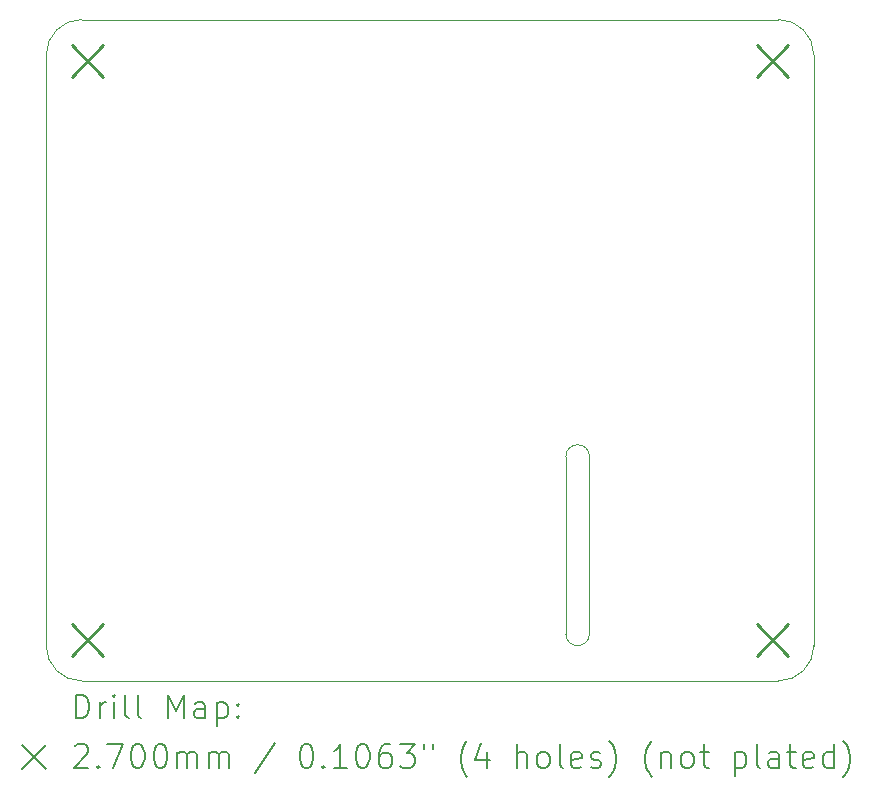
<source format=gbr>
%TF.GenerationSoftware,KiCad,Pcbnew,(6.0.11)*%
%TF.CreationDate,2023-03-31T16:24:30+10:00*%
%TF.ProjectId,RPI,5250492e-6b69-4636-9164-5f7063625858,rev?*%
%TF.SameCoordinates,Original*%
%TF.FileFunction,Drillmap*%
%TF.FilePolarity,Positive*%
%FSLAX45Y45*%
G04 Gerber Fmt 4.5, Leading zero omitted, Abs format (unit mm)*
G04 Created by KiCad (PCBNEW (6.0.11)) date 2023-03-31 16:24:30*
%MOMM*%
%LPD*%
G01*
G04 APERTURE LIST*
%ADD10C,0.100000*%
%ADD11C,0.200000*%
%ADD12C,0.270000*%
G04 APERTURE END LIST*
D10*
X16500000Y-4700000D02*
G75*
G03*
X16200000Y-4400000I-300000J0D01*
G01*
X16500000Y-9700000D02*
X16500000Y-4700000D01*
X10000000Y-4700000D02*
X10000000Y-9700000D01*
X14600000Y-8100000D02*
X14600000Y-9600000D01*
X14400000Y-9600000D02*
X14400000Y-8100000D01*
X10000000Y-9700000D02*
G75*
G03*
X10300000Y-10000000I300000J0D01*
G01*
X10300000Y-10000000D02*
X16200000Y-10000000D01*
X14600000Y-8100000D02*
G75*
G03*
X14400000Y-8100000I-100000J0D01*
G01*
X16200000Y-10000000D02*
G75*
G03*
X16500000Y-9700000I0J300000D01*
G01*
X10300000Y-4400000D02*
G75*
G03*
X10000000Y-4700000I0J-300000D01*
G01*
X14400000Y-9600000D02*
G75*
G03*
X14600000Y-9600000I100000J0D01*
G01*
X16200000Y-4400000D02*
X10300000Y-4400000D01*
D11*
D12*
X10215000Y-4615000D02*
X10485000Y-4885000D01*
X10485000Y-4615000D02*
X10215000Y-4885000D01*
X10215000Y-9515000D02*
X10485000Y-9785000D01*
X10485000Y-9515000D02*
X10215000Y-9785000D01*
X16015000Y-4615000D02*
X16285000Y-4885000D01*
X16285000Y-4615000D02*
X16015000Y-4885000D01*
X16015000Y-9515000D02*
X16285000Y-9785000D01*
X16285000Y-9515000D02*
X16015000Y-9785000D01*
D11*
X10252619Y-10315476D02*
X10252619Y-10115476D01*
X10300238Y-10115476D01*
X10328810Y-10125000D01*
X10347857Y-10144048D01*
X10357381Y-10163095D01*
X10366905Y-10201190D01*
X10366905Y-10229762D01*
X10357381Y-10267857D01*
X10347857Y-10286905D01*
X10328810Y-10305952D01*
X10300238Y-10315476D01*
X10252619Y-10315476D01*
X10452619Y-10315476D02*
X10452619Y-10182143D01*
X10452619Y-10220238D02*
X10462143Y-10201190D01*
X10471667Y-10191667D01*
X10490714Y-10182143D01*
X10509762Y-10182143D01*
X10576429Y-10315476D02*
X10576429Y-10182143D01*
X10576429Y-10115476D02*
X10566905Y-10125000D01*
X10576429Y-10134524D01*
X10585952Y-10125000D01*
X10576429Y-10115476D01*
X10576429Y-10134524D01*
X10700238Y-10315476D02*
X10681190Y-10305952D01*
X10671667Y-10286905D01*
X10671667Y-10115476D01*
X10805000Y-10315476D02*
X10785952Y-10305952D01*
X10776429Y-10286905D01*
X10776429Y-10115476D01*
X11033571Y-10315476D02*
X11033571Y-10115476D01*
X11100238Y-10258333D01*
X11166905Y-10115476D01*
X11166905Y-10315476D01*
X11347857Y-10315476D02*
X11347857Y-10210714D01*
X11338333Y-10191667D01*
X11319286Y-10182143D01*
X11281190Y-10182143D01*
X11262143Y-10191667D01*
X11347857Y-10305952D02*
X11328809Y-10315476D01*
X11281190Y-10315476D01*
X11262143Y-10305952D01*
X11252619Y-10286905D01*
X11252619Y-10267857D01*
X11262143Y-10248810D01*
X11281190Y-10239286D01*
X11328809Y-10239286D01*
X11347857Y-10229762D01*
X11443095Y-10182143D02*
X11443095Y-10382143D01*
X11443095Y-10191667D02*
X11462143Y-10182143D01*
X11500238Y-10182143D01*
X11519286Y-10191667D01*
X11528809Y-10201190D01*
X11538333Y-10220238D01*
X11538333Y-10277381D01*
X11528809Y-10296429D01*
X11519286Y-10305952D01*
X11500238Y-10315476D01*
X11462143Y-10315476D01*
X11443095Y-10305952D01*
X11624048Y-10296429D02*
X11633571Y-10305952D01*
X11624048Y-10315476D01*
X11614524Y-10305952D01*
X11624048Y-10296429D01*
X11624048Y-10315476D01*
X11624048Y-10191667D02*
X11633571Y-10201190D01*
X11624048Y-10210714D01*
X11614524Y-10201190D01*
X11624048Y-10191667D01*
X11624048Y-10210714D01*
X9795000Y-10545000D02*
X9995000Y-10745000D01*
X9995000Y-10545000D02*
X9795000Y-10745000D01*
X10243095Y-10554524D02*
X10252619Y-10545000D01*
X10271667Y-10535476D01*
X10319286Y-10535476D01*
X10338333Y-10545000D01*
X10347857Y-10554524D01*
X10357381Y-10573571D01*
X10357381Y-10592619D01*
X10347857Y-10621190D01*
X10233571Y-10735476D01*
X10357381Y-10735476D01*
X10443095Y-10716429D02*
X10452619Y-10725952D01*
X10443095Y-10735476D01*
X10433571Y-10725952D01*
X10443095Y-10716429D01*
X10443095Y-10735476D01*
X10519286Y-10535476D02*
X10652619Y-10535476D01*
X10566905Y-10735476D01*
X10766905Y-10535476D02*
X10785952Y-10535476D01*
X10805000Y-10545000D01*
X10814524Y-10554524D01*
X10824048Y-10573571D01*
X10833571Y-10611667D01*
X10833571Y-10659286D01*
X10824048Y-10697381D01*
X10814524Y-10716429D01*
X10805000Y-10725952D01*
X10785952Y-10735476D01*
X10766905Y-10735476D01*
X10747857Y-10725952D01*
X10738333Y-10716429D01*
X10728810Y-10697381D01*
X10719286Y-10659286D01*
X10719286Y-10611667D01*
X10728810Y-10573571D01*
X10738333Y-10554524D01*
X10747857Y-10545000D01*
X10766905Y-10535476D01*
X10957381Y-10535476D02*
X10976429Y-10535476D01*
X10995476Y-10545000D01*
X11005000Y-10554524D01*
X11014524Y-10573571D01*
X11024048Y-10611667D01*
X11024048Y-10659286D01*
X11014524Y-10697381D01*
X11005000Y-10716429D01*
X10995476Y-10725952D01*
X10976429Y-10735476D01*
X10957381Y-10735476D01*
X10938333Y-10725952D01*
X10928810Y-10716429D01*
X10919286Y-10697381D01*
X10909762Y-10659286D01*
X10909762Y-10611667D01*
X10919286Y-10573571D01*
X10928810Y-10554524D01*
X10938333Y-10545000D01*
X10957381Y-10535476D01*
X11109762Y-10735476D02*
X11109762Y-10602143D01*
X11109762Y-10621190D02*
X11119286Y-10611667D01*
X11138333Y-10602143D01*
X11166905Y-10602143D01*
X11185952Y-10611667D01*
X11195476Y-10630714D01*
X11195476Y-10735476D01*
X11195476Y-10630714D02*
X11205000Y-10611667D01*
X11224048Y-10602143D01*
X11252619Y-10602143D01*
X11271667Y-10611667D01*
X11281190Y-10630714D01*
X11281190Y-10735476D01*
X11376428Y-10735476D02*
X11376428Y-10602143D01*
X11376428Y-10621190D02*
X11385952Y-10611667D01*
X11405000Y-10602143D01*
X11433571Y-10602143D01*
X11452619Y-10611667D01*
X11462143Y-10630714D01*
X11462143Y-10735476D01*
X11462143Y-10630714D02*
X11471667Y-10611667D01*
X11490714Y-10602143D01*
X11519286Y-10602143D01*
X11538333Y-10611667D01*
X11547857Y-10630714D01*
X11547857Y-10735476D01*
X11938333Y-10525952D02*
X11766905Y-10783095D01*
X12195476Y-10535476D02*
X12214524Y-10535476D01*
X12233571Y-10545000D01*
X12243095Y-10554524D01*
X12252619Y-10573571D01*
X12262143Y-10611667D01*
X12262143Y-10659286D01*
X12252619Y-10697381D01*
X12243095Y-10716429D01*
X12233571Y-10725952D01*
X12214524Y-10735476D01*
X12195476Y-10735476D01*
X12176428Y-10725952D01*
X12166905Y-10716429D01*
X12157381Y-10697381D01*
X12147857Y-10659286D01*
X12147857Y-10611667D01*
X12157381Y-10573571D01*
X12166905Y-10554524D01*
X12176428Y-10545000D01*
X12195476Y-10535476D01*
X12347857Y-10716429D02*
X12357381Y-10725952D01*
X12347857Y-10735476D01*
X12338333Y-10725952D01*
X12347857Y-10716429D01*
X12347857Y-10735476D01*
X12547857Y-10735476D02*
X12433571Y-10735476D01*
X12490714Y-10735476D02*
X12490714Y-10535476D01*
X12471667Y-10564048D01*
X12452619Y-10583095D01*
X12433571Y-10592619D01*
X12671667Y-10535476D02*
X12690714Y-10535476D01*
X12709762Y-10545000D01*
X12719286Y-10554524D01*
X12728809Y-10573571D01*
X12738333Y-10611667D01*
X12738333Y-10659286D01*
X12728809Y-10697381D01*
X12719286Y-10716429D01*
X12709762Y-10725952D01*
X12690714Y-10735476D01*
X12671667Y-10735476D01*
X12652619Y-10725952D01*
X12643095Y-10716429D01*
X12633571Y-10697381D01*
X12624048Y-10659286D01*
X12624048Y-10611667D01*
X12633571Y-10573571D01*
X12643095Y-10554524D01*
X12652619Y-10545000D01*
X12671667Y-10535476D01*
X12909762Y-10535476D02*
X12871667Y-10535476D01*
X12852619Y-10545000D01*
X12843095Y-10554524D01*
X12824048Y-10583095D01*
X12814524Y-10621190D01*
X12814524Y-10697381D01*
X12824048Y-10716429D01*
X12833571Y-10725952D01*
X12852619Y-10735476D01*
X12890714Y-10735476D01*
X12909762Y-10725952D01*
X12919286Y-10716429D01*
X12928809Y-10697381D01*
X12928809Y-10649762D01*
X12919286Y-10630714D01*
X12909762Y-10621190D01*
X12890714Y-10611667D01*
X12852619Y-10611667D01*
X12833571Y-10621190D01*
X12824048Y-10630714D01*
X12814524Y-10649762D01*
X12995476Y-10535476D02*
X13119286Y-10535476D01*
X13052619Y-10611667D01*
X13081190Y-10611667D01*
X13100238Y-10621190D01*
X13109762Y-10630714D01*
X13119286Y-10649762D01*
X13119286Y-10697381D01*
X13109762Y-10716429D01*
X13100238Y-10725952D01*
X13081190Y-10735476D01*
X13024048Y-10735476D01*
X13005000Y-10725952D01*
X12995476Y-10716429D01*
X13195476Y-10535476D02*
X13195476Y-10573571D01*
X13271667Y-10535476D02*
X13271667Y-10573571D01*
X13566905Y-10811667D02*
X13557381Y-10802143D01*
X13538333Y-10773571D01*
X13528809Y-10754524D01*
X13519286Y-10725952D01*
X13509762Y-10678333D01*
X13509762Y-10640238D01*
X13519286Y-10592619D01*
X13528809Y-10564048D01*
X13538333Y-10545000D01*
X13557381Y-10516429D01*
X13566905Y-10506905D01*
X13728809Y-10602143D02*
X13728809Y-10735476D01*
X13681190Y-10525952D02*
X13633571Y-10668810D01*
X13757381Y-10668810D01*
X13985952Y-10735476D02*
X13985952Y-10535476D01*
X14071667Y-10735476D02*
X14071667Y-10630714D01*
X14062143Y-10611667D01*
X14043095Y-10602143D01*
X14014524Y-10602143D01*
X13995476Y-10611667D01*
X13985952Y-10621190D01*
X14195476Y-10735476D02*
X14176428Y-10725952D01*
X14166905Y-10716429D01*
X14157381Y-10697381D01*
X14157381Y-10640238D01*
X14166905Y-10621190D01*
X14176428Y-10611667D01*
X14195476Y-10602143D01*
X14224048Y-10602143D01*
X14243095Y-10611667D01*
X14252619Y-10621190D01*
X14262143Y-10640238D01*
X14262143Y-10697381D01*
X14252619Y-10716429D01*
X14243095Y-10725952D01*
X14224048Y-10735476D01*
X14195476Y-10735476D01*
X14376428Y-10735476D02*
X14357381Y-10725952D01*
X14347857Y-10706905D01*
X14347857Y-10535476D01*
X14528809Y-10725952D02*
X14509762Y-10735476D01*
X14471667Y-10735476D01*
X14452619Y-10725952D01*
X14443095Y-10706905D01*
X14443095Y-10630714D01*
X14452619Y-10611667D01*
X14471667Y-10602143D01*
X14509762Y-10602143D01*
X14528809Y-10611667D01*
X14538333Y-10630714D01*
X14538333Y-10649762D01*
X14443095Y-10668810D01*
X14614524Y-10725952D02*
X14633571Y-10735476D01*
X14671667Y-10735476D01*
X14690714Y-10725952D01*
X14700238Y-10706905D01*
X14700238Y-10697381D01*
X14690714Y-10678333D01*
X14671667Y-10668810D01*
X14643095Y-10668810D01*
X14624048Y-10659286D01*
X14614524Y-10640238D01*
X14614524Y-10630714D01*
X14624048Y-10611667D01*
X14643095Y-10602143D01*
X14671667Y-10602143D01*
X14690714Y-10611667D01*
X14766905Y-10811667D02*
X14776428Y-10802143D01*
X14795476Y-10773571D01*
X14805000Y-10754524D01*
X14814524Y-10725952D01*
X14824048Y-10678333D01*
X14824048Y-10640238D01*
X14814524Y-10592619D01*
X14805000Y-10564048D01*
X14795476Y-10545000D01*
X14776428Y-10516429D01*
X14766905Y-10506905D01*
X15128809Y-10811667D02*
X15119286Y-10802143D01*
X15100238Y-10773571D01*
X15090714Y-10754524D01*
X15081190Y-10725952D01*
X15071667Y-10678333D01*
X15071667Y-10640238D01*
X15081190Y-10592619D01*
X15090714Y-10564048D01*
X15100238Y-10545000D01*
X15119286Y-10516429D01*
X15128809Y-10506905D01*
X15205000Y-10602143D02*
X15205000Y-10735476D01*
X15205000Y-10621190D02*
X15214524Y-10611667D01*
X15233571Y-10602143D01*
X15262143Y-10602143D01*
X15281190Y-10611667D01*
X15290714Y-10630714D01*
X15290714Y-10735476D01*
X15414524Y-10735476D02*
X15395476Y-10725952D01*
X15385952Y-10716429D01*
X15376428Y-10697381D01*
X15376428Y-10640238D01*
X15385952Y-10621190D01*
X15395476Y-10611667D01*
X15414524Y-10602143D01*
X15443095Y-10602143D01*
X15462143Y-10611667D01*
X15471667Y-10621190D01*
X15481190Y-10640238D01*
X15481190Y-10697381D01*
X15471667Y-10716429D01*
X15462143Y-10725952D01*
X15443095Y-10735476D01*
X15414524Y-10735476D01*
X15538333Y-10602143D02*
X15614524Y-10602143D01*
X15566905Y-10535476D02*
X15566905Y-10706905D01*
X15576428Y-10725952D01*
X15595476Y-10735476D01*
X15614524Y-10735476D01*
X15833571Y-10602143D02*
X15833571Y-10802143D01*
X15833571Y-10611667D02*
X15852619Y-10602143D01*
X15890714Y-10602143D01*
X15909762Y-10611667D01*
X15919286Y-10621190D01*
X15928809Y-10640238D01*
X15928809Y-10697381D01*
X15919286Y-10716429D01*
X15909762Y-10725952D01*
X15890714Y-10735476D01*
X15852619Y-10735476D01*
X15833571Y-10725952D01*
X16043095Y-10735476D02*
X16024048Y-10725952D01*
X16014524Y-10706905D01*
X16014524Y-10535476D01*
X16205000Y-10735476D02*
X16205000Y-10630714D01*
X16195476Y-10611667D01*
X16176428Y-10602143D01*
X16138333Y-10602143D01*
X16119286Y-10611667D01*
X16205000Y-10725952D02*
X16185952Y-10735476D01*
X16138333Y-10735476D01*
X16119286Y-10725952D01*
X16109762Y-10706905D01*
X16109762Y-10687857D01*
X16119286Y-10668810D01*
X16138333Y-10659286D01*
X16185952Y-10659286D01*
X16205000Y-10649762D01*
X16271667Y-10602143D02*
X16347857Y-10602143D01*
X16300238Y-10535476D02*
X16300238Y-10706905D01*
X16309762Y-10725952D01*
X16328809Y-10735476D01*
X16347857Y-10735476D01*
X16490714Y-10725952D02*
X16471667Y-10735476D01*
X16433571Y-10735476D01*
X16414524Y-10725952D01*
X16405000Y-10706905D01*
X16405000Y-10630714D01*
X16414524Y-10611667D01*
X16433571Y-10602143D01*
X16471667Y-10602143D01*
X16490714Y-10611667D01*
X16500238Y-10630714D01*
X16500238Y-10649762D01*
X16405000Y-10668810D01*
X16671667Y-10735476D02*
X16671667Y-10535476D01*
X16671667Y-10725952D02*
X16652619Y-10735476D01*
X16614524Y-10735476D01*
X16595476Y-10725952D01*
X16585952Y-10716429D01*
X16576428Y-10697381D01*
X16576428Y-10640238D01*
X16585952Y-10621190D01*
X16595476Y-10611667D01*
X16614524Y-10602143D01*
X16652619Y-10602143D01*
X16671667Y-10611667D01*
X16747857Y-10811667D02*
X16757381Y-10802143D01*
X16776428Y-10773571D01*
X16785952Y-10754524D01*
X16795476Y-10725952D01*
X16805000Y-10678333D01*
X16805000Y-10640238D01*
X16795476Y-10592619D01*
X16785952Y-10564048D01*
X16776428Y-10545000D01*
X16757381Y-10516429D01*
X16747857Y-10506905D01*
M02*

</source>
